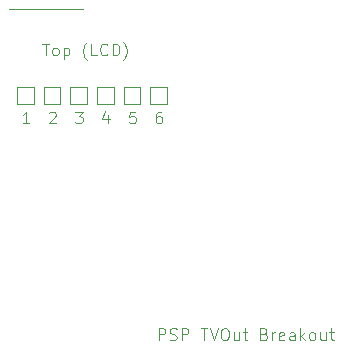
<source format=gbr>
%TF.GenerationSoftware,KiCad,Pcbnew,8.0.4*%
%TF.CreationDate,2025-09-19T21:13:21+01:00*%
%TF.ProjectId,av-connector-breakout,61762d63-6f6e-46e6-9563-746f722d6272,rev?*%
%TF.SameCoordinates,Original*%
%TF.FileFunction,Legend,Top*%
%TF.FilePolarity,Positive*%
%FSLAX46Y46*%
G04 Gerber Fmt 4.6, Leading zero omitted, Abs format (unit mm)*
G04 Created by KiCad (PCBNEW 8.0.4) date 2025-09-19 21:13:21*
%MOMM*%
%LPD*%
G01*
G04 APERTURE LIST*
G04 Aperture macros list*
%AMRoundRect*
0 Rectangle with rounded corners*
0 $1 Rounding radius*
0 $2 $3 $4 $5 $6 $7 $8 $9 X,Y pos of 4 corners*
0 Add a 4 corners polygon primitive as box body*
4,1,4,$2,$3,$4,$5,$6,$7,$8,$9,$2,$3,0*
0 Add four circle primitives for the rounded corners*
1,1,$1+$1,$2,$3*
1,1,$1+$1,$4,$5*
1,1,$1+$1,$6,$7*
1,1,$1+$1,$8,$9*
0 Add four rect primitives between the rounded corners*
20,1,$1+$1,$2,$3,$4,$5,0*
20,1,$1+$1,$4,$5,$6,$7,0*
20,1,$1+$1,$6,$7,$8,$9,0*
20,1,$1+$1,$8,$9,$2,$3,0*%
G04 Aperture macros list end*
%ADD10C,0.100000*%
%ADD11C,0.120000*%
%ADD12R,1.000000X1.000000*%
%ADD13RoundRect,0.117500X0.117500X1.332500X-0.117500X1.332500X-0.117500X-1.332500X0.117500X-1.332500X0*%
G04 APERTURE END LIST*
D10*
X172503884Y-94472419D02*
X172503884Y-93472419D01*
X172503884Y-93472419D02*
X172884836Y-93472419D01*
X172884836Y-93472419D02*
X172980074Y-93520038D01*
X172980074Y-93520038D02*
X173027693Y-93567657D01*
X173027693Y-93567657D02*
X173075312Y-93662895D01*
X173075312Y-93662895D02*
X173075312Y-93805752D01*
X173075312Y-93805752D02*
X173027693Y-93900990D01*
X173027693Y-93900990D02*
X172980074Y-93948609D01*
X172980074Y-93948609D02*
X172884836Y-93996228D01*
X172884836Y-93996228D02*
X172503884Y-93996228D01*
X173456265Y-94424800D02*
X173599122Y-94472419D01*
X173599122Y-94472419D02*
X173837217Y-94472419D01*
X173837217Y-94472419D02*
X173932455Y-94424800D01*
X173932455Y-94424800D02*
X173980074Y-94377180D01*
X173980074Y-94377180D02*
X174027693Y-94281942D01*
X174027693Y-94281942D02*
X174027693Y-94186704D01*
X174027693Y-94186704D02*
X173980074Y-94091466D01*
X173980074Y-94091466D02*
X173932455Y-94043847D01*
X173932455Y-94043847D02*
X173837217Y-93996228D01*
X173837217Y-93996228D02*
X173646741Y-93948609D01*
X173646741Y-93948609D02*
X173551503Y-93900990D01*
X173551503Y-93900990D02*
X173503884Y-93853371D01*
X173503884Y-93853371D02*
X173456265Y-93758133D01*
X173456265Y-93758133D02*
X173456265Y-93662895D01*
X173456265Y-93662895D02*
X173503884Y-93567657D01*
X173503884Y-93567657D02*
X173551503Y-93520038D01*
X173551503Y-93520038D02*
X173646741Y-93472419D01*
X173646741Y-93472419D02*
X173884836Y-93472419D01*
X173884836Y-93472419D02*
X174027693Y-93520038D01*
X174456265Y-94472419D02*
X174456265Y-93472419D01*
X174456265Y-93472419D02*
X174837217Y-93472419D01*
X174837217Y-93472419D02*
X174932455Y-93520038D01*
X174932455Y-93520038D02*
X174980074Y-93567657D01*
X174980074Y-93567657D02*
X175027693Y-93662895D01*
X175027693Y-93662895D02*
X175027693Y-93805752D01*
X175027693Y-93805752D02*
X174980074Y-93900990D01*
X174980074Y-93900990D02*
X174932455Y-93948609D01*
X174932455Y-93948609D02*
X174837217Y-93996228D01*
X174837217Y-93996228D02*
X174456265Y-93996228D01*
X176075313Y-93472419D02*
X176646741Y-93472419D01*
X176361027Y-94472419D02*
X176361027Y-93472419D01*
X176837218Y-93472419D02*
X177170551Y-94472419D01*
X177170551Y-94472419D02*
X177503884Y-93472419D01*
X178027694Y-93472419D02*
X178218170Y-93472419D01*
X178218170Y-93472419D02*
X178313408Y-93520038D01*
X178313408Y-93520038D02*
X178408646Y-93615276D01*
X178408646Y-93615276D02*
X178456265Y-93805752D01*
X178456265Y-93805752D02*
X178456265Y-94139085D01*
X178456265Y-94139085D02*
X178408646Y-94329561D01*
X178408646Y-94329561D02*
X178313408Y-94424800D01*
X178313408Y-94424800D02*
X178218170Y-94472419D01*
X178218170Y-94472419D02*
X178027694Y-94472419D01*
X178027694Y-94472419D02*
X177932456Y-94424800D01*
X177932456Y-94424800D02*
X177837218Y-94329561D01*
X177837218Y-94329561D02*
X177789599Y-94139085D01*
X177789599Y-94139085D02*
X177789599Y-93805752D01*
X177789599Y-93805752D02*
X177837218Y-93615276D01*
X177837218Y-93615276D02*
X177932456Y-93520038D01*
X177932456Y-93520038D02*
X178027694Y-93472419D01*
X179313408Y-93805752D02*
X179313408Y-94472419D01*
X178884837Y-93805752D02*
X178884837Y-94329561D01*
X178884837Y-94329561D02*
X178932456Y-94424800D01*
X178932456Y-94424800D02*
X179027694Y-94472419D01*
X179027694Y-94472419D02*
X179170551Y-94472419D01*
X179170551Y-94472419D02*
X179265789Y-94424800D01*
X179265789Y-94424800D02*
X179313408Y-94377180D01*
X179646742Y-93805752D02*
X180027694Y-93805752D01*
X179789599Y-93472419D02*
X179789599Y-94329561D01*
X179789599Y-94329561D02*
X179837218Y-94424800D01*
X179837218Y-94424800D02*
X179932456Y-94472419D01*
X179932456Y-94472419D02*
X180027694Y-94472419D01*
X181456266Y-93948609D02*
X181599123Y-93996228D01*
X181599123Y-93996228D02*
X181646742Y-94043847D01*
X181646742Y-94043847D02*
X181694361Y-94139085D01*
X181694361Y-94139085D02*
X181694361Y-94281942D01*
X181694361Y-94281942D02*
X181646742Y-94377180D01*
X181646742Y-94377180D02*
X181599123Y-94424800D01*
X181599123Y-94424800D02*
X181503885Y-94472419D01*
X181503885Y-94472419D02*
X181122933Y-94472419D01*
X181122933Y-94472419D02*
X181122933Y-93472419D01*
X181122933Y-93472419D02*
X181456266Y-93472419D01*
X181456266Y-93472419D02*
X181551504Y-93520038D01*
X181551504Y-93520038D02*
X181599123Y-93567657D01*
X181599123Y-93567657D02*
X181646742Y-93662895D01*
X181646742Y-93662895D02*
X181646742Y-93758133D01*
X181646742Y-93758133D02*
X181599123Y-93853371D01*
X181599123Y-93853371D02*
X181551504Y-93900990D01*
X181551504Y-93900990D02*
X181456266Y-93948609D01*
X181456266Y-93948609D02*
X181122933Y-93948609D01*
X182122933Y-94472419D02*
X182122933Y-93805752D01*
X182122933Y-93996228D02*
X182170552Y-93900990D01*
X182170552Y-93900990D02*
X182218171Y-93853371D01*
X182218171Y-93853371D02*
X182313409Y-93805752D01*
X182313409Y-93805752D02*
X182408647Y-93805752D01*
X183122933Y-94424800D02*
X183027695Y-94472419D01*
X183027695Y-94472419D02*
X182837219Y-94472419D01*
X182837219Y-94472419D02*
X182741981Y-94424800D01*
X182741981Y-94424800D02*
X182694362Y-94329561D01*
X182694362Y-94329561D02*
X182694362Y-93948609D01*
X182694362Y-93948609D02*
X182741981Y-93853371D01*
X182741981Y-93853371D02*
X182837219Y-93805752D01*
X182837219Y-93805752D02*
X183027695Y-93805752D01*
X183027695Y-93805752D02*
X183122933Y-93853371D01*
X183122933Y-93853371D02*
X183170552Y-93948609D01*
X183170552Y-93948609D02*
X183170552Y-94043847D01*
X183170552Y-94043847D02*
X182694362Y-94139085D01*
X184027695Y-94472419D02*
X184027695Y-93948609D01*
X184027695Y-93948609D02*
X183980076Y-93853371D01*
X183980076Y-93853371D02*
X183884838Y-93805752D01*
X183884838Y-93805752D02*
X183694362Y-93805752D01*
X183694362Y-93805752D02*
X183599124Y-93853371D01*
X184027695Y-94424800D02*
X183932457Y-94472419D01*
X183932457Y-94472419D02*
X183694362Y-94472419D01*
X183694362Y-94472419D02*
X183599124Y-94424800D01*
X183599124Y-94424800D02*
X183551505Y-94329561D01*
X183551505Y-94329561D02*
X183551505Y-94234323D01*
X183551505Y-94234323D02*
X183599124Y-94139085D01*
X183599124Y-94139085D02*
X183694362Y-94091466D01*
X183694362Y-94091466D02*
X183932457Y-94091466D01*
X183932457Y-94091466D02*
X184027695Y-94043847D01*
X184503886Y-94472419D02*
X184503886Y-93472419D01*
X184599124Y-94091466D02*
X184884838Y-94472419D01*
X184884838Y-93805752D02*
X184503886Y-94186704D01*
X185456267Y-94472419D02*
X185361029Y-94424800D01*
X185361029Y-94424800D02*
X185313410Y-94377180D01*
X185313410Y-94377180D02*
X185265791Y-94281942D01*
X185265791Y-94281942D02*
X185265791Y-93996228D01*
X185265791Y-93996228D02*
X185313410Y-93900990D01*
X185313410Y-93900990D02*
X185361029Y-93853371D01*
X185361029Y-93853371D02*
X185456267Y-93805752D01*
X185456267Y-93805752D02*
X185599124Y-93805752D01*
X185599124Y-93805752D02*
X185694362Y-93853371D01*
X185694362Y-93853371D02*
X185741981Y-93900990D01*
X185741981Y-93900990D02*
X185789600Y-93996228D01*
X185789600Y-93996228D02*
X185789600Y-94281942D01*
X185789600Y-94281942D02*
X185741981Y-94377180D01*
X185741981Y-94377180D02*
X185694362Y-94424800D01*
X185694362Y-94424800D02*
X185599124Y-94472419D01*
X185599124Y-94472419D02*
X185456267Y-94472419D01*
X186646743Y-93805752D02*
X186646743Y-94472419D01*
X186218172Y-93805752D02*
X186218172Y-94329561D01*
X186218172Y-94329561D02*
X186265791Y-94424800D01*
X186265791Y-94424800D02*
X186361029Y-94472419D01*
X186361029Y-94472419D02*
X186503886Y-94472419D01*
X186503886Y-94472419D02*
X186599124Y-94424800D01*
X186599124Y-94424800D02*
X186646743Y-94377180D01*
X186980077Y-93805752D02*
X187361029Y-93805752D01*
X187122934Y-93472419D02*
X187122934Y-94329561D01*
X187122934Y-94329561D02*
X187170553Y-94424800D01*
X187170553Y-94424800D02*
X187265791Y-94472419D01*
X187265791Y-94472419D02*
X187361029Y-94472419D01*
X168232455Y-75455752D02*
X168232455Y-76122419D01*
X167994360Y-75074800D02*
X167756265Y-75789085D01*
X167756265Y-75789085D02*
X168375312Y-75789085D01*
X161577693Y-76122419D02*
X161006265Y-76122419D01*
X161291979Y-76122419D02*
X161291979Y-75122419D01*
X161291979Y-75122419D02*
X161196741Y-75265276D01*
X161196741Y-75265276D02*
X161101503Y-75360514D01*
X161101503Y-75360514D02*
X161006265Y-75408133D01*
X170530074Y-75122419D02*
X170053884Y-75122419D01*
X170053884Y-75122419D02*
X170006265Y-75598609D01*
X170006265Y-75598609D02*
X170053884Y-75550990D01*
X170053884Y-75550990D02*
X170149122Y-75503371D01*
X170149122Y-75503371D02*
X170387217Y-75503371D01*
X170387217Y-75503371D02*
X170482455Y-75550990D01*
X170482455Y-75550990D02*
X170530074Y-75598609D01*
X170530074Y-75598609D02*
X170577693Y-75693847D01*
X170577693Y-75693847D02*
X170577693Y-75931942D01*
X170577693Y-75931942D02*
X170530074Y-76027180D01*
X170530074Y-76027180D02*
X170482455Y-76074800D01*
X170482455Y-76074800D02*
X170387217Y-76122419D01*
X170387217Y-76122419D02*
X170149122Y-76122419D01*
X170149122Y-76122419D02*
X170053884Y-76074800D01*
X170053884Y-76074800D02*
X170006265Y-76027180D01*
X162661027Y-69372419D02*
X163232455Y-69372419D01*
X162946741Y-70372419D02*
X162946741Y-69372419D01*
X163708646Y-70372419D02*
X163613408Y-70324800D01*
X163613408Y-70324800D02*
X163565789Y-70277180D01*
X163565789Y-70277180D02*
X163518170Y-70181942D01*
X163518170Y-70181942D02*
X163518170Y-69896228D01*
X163518170Y-69896228D02*
X163565789Y-69800990D01*
X163565789Y-69800990D02*
X163613408Y-69753371D01*
X163613408Y-69753371D02*
X163708646Y-69705752D01*
X163708646Y-69705752D02*
X163851503Y-69705752D01*
X163851503Y-69705752D02*
X163946741Y-69753371D01*
X163946741Y-69753371D02*
X163994360Y-69800990D01*
X163994360Y-69800990D02*
X164041979Y-69896228D01*
X164041979Y-69896228D02*
X164041979Y-70181942D01*
X164041979Y-70181942D02*
X163994360Y-70277180D01*
X163994360Y-70277180D02*
X163946741Y-70324800D01*
X163946741Y-70324800D02*
X163851503Y-70372419D01*
X163851503Y-70372419D02*
X163708646Y-70372419D01*
X164470551Y-69705752D02*
X164470551Y-70705752D01*
X164470551Y-69753371D02*
X164565789Y-69705752D01*
X164565789Y-69705752D02*
X164756265Y-69705752D01*
X164756265Y-69705752D02*
X164851503Y-69753371D01*
X164851503Y-69753371D02*
X164899122Y-69800990D01*
X164899122Y-69800990D02*
X164946741Y-69896228D01*
X164946741Y-69896228D02*
X164946741Y-70181942D01*
X164946741Y-70181942D02*
X164899122Y-70277180D01*
X164899122Y-70277180D02*
X164851503Y-70324800D01*
X164851503Y-70324800D02*
X164756265Y-70372419D01*
X164756265Y-70372419D02*
X164565789Y-70372419D01*
X164565789Y-70372419D02*
X164470551Y-70324800D01*
X166422932Y-70753371D02*
X166375313Y-70705752D01*
X166375313Y-70705752D02*
X166280075Y-70562895D01*
X166280075Y-70562895D02*
X166232456Y-70467657D01*
X166232456Y-70467657D02*
X166184837Y-70324800D01*
X166184837Y-70324800D02*
X166137218Y-70086704D01*
X166137218Y-70086704D02*
X166137218Y-69896228D01*
X166137218Y-69896228D02*
X166184837Y-69658133D01*
X166184837Y-69658133D02*
X166232456Y-69515276D01*
X166232456Y-69515276D02*
X166280075Y-69420038D01*
X166280075Y-69420038D02*
X166375313Y-69277180D01*
X166375313Y-69277180D02*
X166422932Y-69229561D01*
X167280075Y-70372419D02*
X166803885Y-70372419D01*
X166803885Y-70372419D02*
X166803885Y-69372419D01*
X168184837Y-70277180D02*
X168137218Y-70324800D01*
X168137218Y-70324800D02*
X167994361Y-70372419D01*
X167994361Y-70372419D02*
X167899123Y-70372419D01*
X167899123Y-70372419D02*
X167756266Y-70324800D01*
X167756266Y-70324800D02*
X167661028Y-70229561D01*
X167661028Y-70229561D02*
X167613409Y-70134323D01*
X167613409Y-70134323D02*
X167565790Y-69943847D01*
X167565790Y-69943847D02*
X167565790Y-69800990D01*
X167565790Y-69800990D02*
X167613409Y-69610514D01*
X167613409Y-69610514D02*
X167661028Y-69515276D01*
X167661028Y-69515276D02*
X167756266Y-69420038D01*
X167756266Y-69420038D02*
X167899123Y-69372419D01*
X167899123Y-69372419D02*
X167994361Y-69372419D01*
X167994361Y-69372419D02*
X168137218Y-69420038D01*
X168137218Y-69420038D02*
X168184837Y-69467657D01*
X168613409Y-70372419D02*
X168613409Y-69372419D01*
X168613409Y-69372419D02*
X168851504Y-69372419D01*
X168851504Y-69372419D02*
X168994361Y-69420038D01*
X168994361Y-69420038D02*
X169089599Y-69515276D01*
X169089599Y-69515276D02*
X169137218Y-69610514D01*
X169137218Y-69610514D02*
X169184837Y-69800990D01*
X169184837Y-69800990D02*
X169184837Y-69943847D01*
X169184837Y-69943847D02*
X169137218Y-70134323D01*
X169137218Y-70134323D02*
X169089599Y-70229561D01*
X169089599Y-70229561D02*
X168994361Y-70324800D01*
X168994361Y-70324800D02*
X168851504Y-70372419D01*
X168851504Y-70372419D02*
X168613409Y-70372419D01*
X169518171Y-70753371D02*
X169565790Y-70705752D01*
X169565790Y-70705752D02*
X169661028Y-70562895D01*
X169661028Y-70562895D02*
X169708647Y-70467657D01*
X169708647Y-70467657D02*
X169756266Y-70324800D01*
X169756266Y-70324800D02*
X169803885Y-70086704D01*
X169803885Y-70086704D02*
X169803885Y-69896228D01*
X169803885Y-69896228D02*
X169756266Y-69658133D01*
X169756266Y-69658133D02*
X169708647Y-69515276D01*
X169708647Y-69515276D02*
X169661028Y-69420038D01*
X169661028Y-69420038D02*
X169565790Y-69277180D01*
X169565790Y-69277180D02*
X169518171Y-69229561D01*
X163256265Y-75217657D02*
X163303884Y-75170038D01*
X163303884Y-75170038D02*
X163399122Y-75122419D01*
X163399122Y-75122419D02*
X163637217Y-75122419D01*
X163637217Y-75122419D02*
X163732455Y-75170038D01*
X163732455Y-75170038D02*
X163780074Y-75217657D01*
X163780074Y-75217657D02*
X163827693Y-75312895D01*
X163827693Y-75312895D02*
X163827693Y-75408133D01*
X163827693Y-75408133D02*
X163780074Y-75550990D01*
X163780074Y-75550990D02*
X163208646Y-76122419D01*
X163208646Y-76122419D02*
X163827693Y-76122419D01*
X165458646Y-75122419D02*
X166077693Y-75122419D01*
X166077693Y-75122419D02*
X165744360Y-75503371D01*
X165744360Y-75503371D02*
X165887217Y-75503371D01*
X165887217Y-75503371D02*
X165982455Y-75550990D01*
X165982455Y-75550990D02*
X166030074Y-75598609D01*
X166030074Y-75598609D02*
X166077693Y-75693847D01*
X166077693Y-75693847D02*
X166077693Y-75931942D01*
X166077693Y-75931942D02*
X166030074Y-76027180D01*
X166030074Y-76027180D02*
X165982455Y-76074800D01*
X165982455Y-76074800D02*
X165887217Y-76122419D01*
X165887217Y-76122419D02*
X165601503Y-76122419D01*
X165601503Y-76122419D02*
X165506265Y-76074800D01*
X165506265Y-76074800D02*
X165458646Y-76027180D01*
X172732455Y-75122419D02*
X172541979Y-75122419D01*
X172541979Y-75122419D02*
X172446741Y-75170038D01*
X172446741Y-75170038D02*
X172399122Y-75217657D01*
X172399122Y-75217657D02*
X172303884Y-75360514D01*
X172303884Y-75360514D02*
X172256265Y-75550990D01*
X172256265Y-75550990D02*
X172256265Y-75931942D01*
X172256265Y-75931942D02*
X172303884Y-76027180D01*
X172303884Y-76027180D02*
X172351503Y-76074800D01*
X172351503Y-76074800D02*
X172446741Y-76122419D01*
X172446741Y-76122419D02*
X172637217Y-76122419D01*
X172637217Y-76122419D02*
X172732455Y-76074800D01*
X172732455Y-76074800D02*
X172780074Y-76027180D01*
X172780074Y-76027180D02*
X172827693Y-75931942D01*
X172827693Y-75931942D02*
X172827693Y-75693847D01*
X172827693Y-75693847D02*
X172780074Y-75598609D01*
X172780074Y-75598609D02*
X172732455Y-75550990D01*
X172732455Y-75550990D02*
X172637217Y-75503371D01*
X172637217Y-75503371D02*
X172446741Y-75503371D01*
X172446741Y-75503371D02*
X172351503Y-75550990D01*
X172351503Y-75550990D02*
X172303884Y-75598609D01*
X172303884Y-75598609D02*
X172256265Y-75693847D01*
D11*
%TO.C,TP5*%
X169550000Y-73050000D02*
X170950000Y-73050000D01*
X169550000Y-74450000D02*
X169550000Y-73050000D01*
X170950000Y-73050000D02*
X170950000Y-74450000D01*
X170950000Y-74450000D02*
X169550000Y-74450000D01*
%TO.C,TP1*%
X160550000Y-73050000D02*
X161950000Y-73050000D01*
X160550000Y-74450000D02*
X160550000Y-73050000D01*
X161950000Y-73050000D02*
X161950000Y-74450000D01*
X161950000Y-74450000D02*
X160550000Y-74450000D01*
D10*
%TO.C,U1*%
X166125500Y-66437500D02*
X159825500Y-66437500D01*
D11*
%TO.C,TP6*%
X171800000Y-73050000D02*
X173200000Y-73050000D01*
X171800000Y-74450000D02*
X171800000Y-73050000D01*
X173200000Y-73050000D02*
X173200000Y-74450000D01*
X173200000Y-74450000D02*
X171800000Y-74450000D01*
%TO.C,TP2*%
X162800000Y-73050000D02*
X164200000Y-73050000D01*
X162800000Y-74450000D02*
X162800000Y-73050000D01*
X164200000Y-73050000D02*
X164200000Y-74450000D01*
X164200000Y-74450000D02*
X162800000Y-74450000D01*
%TO.C,TP3*%
X165050000Y-73050000D02*
X166450000Y-73050000D01*
X165050000Y-74450000D02*
X165050000Y-73050000D01*
X166450000Y-73050000D02*
X166450000Y-74450000D01*
X166450000Y-74450000D02*
X165050000Y-74450000D01*
%TO.C,TP4*%
X167300000Y-73050000D02*
X168700000Y-73050000D01*
X167300000Y-74450000D02*
X167300000Y-73050000D01*
X168700000Y-73050000D02*
X168700000Y-74450000D01*
X168700000Y-74450000D02*
X167300000Y-74450000D01*
%TD*%
%LPC*%
D12*
%TO.C,TP5*%
X170250000Y-73750000D03*
%TD*%
%TO.C,TP1*%
X161250000Y-73750000D03*
%TD*%
D13*
%TO.C,U1*%
X160800500Y-63687500D03*
X161720500Y-63687500D03*
X162640500Y-63687500D03*
X163560500Y-63687500D03*
X164480500Y-63687500D03*
X165400500Y-63687500D03*
%TD*%
D12*
%TO.C,TP6*%
X172500000Y-73750000D03*
%TD*%
%TO.C,TP2*%
X163500000Y-73750000D03*
%TD*%
%TO.C,TP3*%
X165750000Y-73750000D03*
%TD*%
%TO.C,TP4*%
X168000000Y-73750000D03*
%TD*%
%LPD*%
M02*

</source>
